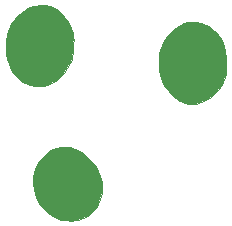
<source format=gbr>
G04 #@! TF.GenerationSoftware,KiCad,Pcbnew,(5.1.5-0)*
G04 #@! TF.CreationDate,2019-12-30T00:03:19-08:00*
G04 #@! TF.ProjectId,badge,62616467-652e-46b6-9963-61645f706362,rev?*
G04 #@! TF.SameCoordinates,Original*
G04 #@! TF.FileFunction,Soldermask,Top*
G04 #@! TF.FilePolarity,Negative*
%FSLAX46Y46*%
G04 Gerber Fmt 4.6, Leading zero omitted, Abs format (unit mm)*
G04 Created by KiCad (PCBNEW (5.1.5-0)) date 2019-12-30 00:03:19*
%MOMM*%
%LPD*%
G04 APERTURE LIST*
%ADD10C,0.010000*%
G04 APERTURE END LIST*
D10*
G36*
X-4282844Y7129980D02*
G01*
X-3866482Y6997129D01*
X-3456540Y6790744D01*
X-3058127Y6511666D01*
X-2676353Y6160735D01*
X-2316330Y5738791D01*
X-2222308Y5611107D01*
X-1943499Y5160501D01*
X-1746908Y4702747D01*
X-1630087Y4230537D01*
X-1590587Y3736561D01*
X-1590569Y3725334D01*
X-1628819Y3234287D01*
X-1740245Y2772756D01*
X-1919861Y2347318D01*
X-2162681Y1964552D01*
X-2463720Y1631035D01*
X-2817990Y1353345D01*
X-3220506Y1138060D01*
X-3661834Y992808D01*
X-3920697Y952008D01*
X-4227134Y935450D01*
X-4547755Y942609D01*
X-4849172Y972957D01*
X-5058834Y1014843D01*
X-5502575Y1164808D01*
X-5896866Y1369428D01*
X-6259667Y1639515D01*
X-6530847Y1900996D01*
X-6851246Y2292825D01*
X-7099080Y2715520D01*
X-7279446Y3179609D01*
X-7396093Y3687339D01*
X-7429441Y3914676D01*
X-7444442Y4100662D01*
X-7442052Y4284187D01*
X-7423224Y4504142D01*
X-7417435Y4557136D01*
X-7337917Y5029136D01*
X-7207124Y5446073D01*
X-7017270Y5825531D01*
X-6760565Y6185090D01*
X-6629648Y6335819D01*
X-6282086Y6661817D01*
X-5910281Y6909239D01*
X-5519344Y7078926D01*
X-5114386Y7171719D01*
X-4700516Y7188456D01*
X-4282844Y7129980D01*
G37*
X-4282844Y7129980D02*
X-3866482Y6997129D01*
X-3456540Y6790744D01*
X-3058127Y6511666D01*
X-2676353Y6160735D01*
X-2316330Y5738791D01*
X-2222308Y5611107D01*
X-1943499Y5160501D01*
X-1746908Y4702747D01*
X-1630087Y4230537D01*
X-1590587Y3736561D01*
X-1590569Y3725334D01*
X-1628819Y3234287D01*
X-1740245Y2772756D01*
X-1919861Y2347318D01*
X-2162681Y1964552D01*
X-2463720Y1631035D01*
X-2817990Y1353345D01*
X-3220506Y1138060D01*
X-3661834Y992808D01*
X-3920697Y952008D01*
X-4227134Y935450D01*
X-4547755Y942609D01*
X-4849172Y972957D01*
X-5058834Y1014843D01*
X-5502575Y1164808D01*
X-5896866Y1369428D01*
X-6259667Y1639515D01*
X-6530847Y1900996D01*
X-6851246Y2292825D01*
X-7099080Y2715520D01*
X-7279446Y3179609D01*
X-7396093Y3687339D01*
X-7429441Y3914676D01*
X-7444442Y4100662D01*
X-7442052Y4284187D01*
X-7423224Y4504142D01*
X-7417435Y4557136D01*
X-7337917Y5029136D01*
X-7207124Y5446073D01*
X-7017270Y5825531D01*
X-6760565Y6185090D01*
X-6629648Y6335819D01*
X-6282086Y6661817D01*
X-5910281Y6909239D01*
X-5519344Y7078926D01*
X-5114386Y7171719D01*
X-4700516Y7188456D01*
X-4282844Y7129980D01*
G36*
X6358126Y17756348D02*
G01*
X6769283Y17669023D01*
X7173428Y17514907D01*
X7557971Y17298029D01*
X7910321Y17022419D01*
X8002216Y16934551D01*
X8299783Y16586173D01*
X8538251Y16193325D01*
X8718911Y15751793D01*
X8843058Y15257363D01*
X8911982Y14705822D01*
X8926978Y14092957D01*
X8922611Y13933962D01*
X8910133Y13670730D01*
X8892646Y13468910D01*
X8866770Y13305266D01*
X8829127Y13156557D01*
X8793910Y13048744D01*
X8645879Y12705074D01*
X8444125Y12351954D01*
X8204406Y12011225D01*
X7942481Y11704732D01*
X7674109Y11454318D01*
X7605244Y11401108D01*
X7177673Y11129630D01*
X6745612Y10941762D01*
X6310107Y10837805D01*
X5872203Y10818060D01*
X5651500Y10840035D01*
X5454323Y10888095D01*
X5212975Y10977032D01*
X4996927Y11075441D01*
X4804969Y11175564D01*
X4647559Y11273345D01*
X4500166Y11387034D01*
X4338260Y11534877D01*
X4212998Y11658555D01*
X3940375Y11953868D01*
X3728698Y12236620D01*
X3562730Y12531191D01*
X3427233Y12861963D01*
X3388160Y12978383D01*
X3290011Y13311447D01*
X3225265Y13608086D01*
X3189640Y13900148D01*
X3178858Y14219484D01*
X3184433Y14494239D01*
X3196009Y14744779D01*
X3212853Y14938120D01*
X3239442Y15101726D01*
X3280251Y15263062D01*
X3339755Y15449591D01*
X3340456Y15451667D01*
X3549274Y15959273D01*
X3813284Y16416815D01*
X4127026Y16818738D01*
X4485040Y17159490D01*
X4881864Y17433514D01*
X5312037Y17635256D01*
X5565144Y17714505D01*
X5952549Y17772852D01*
X6358126Y17756348D01*
G37*
X6358126Y17756348D02*
X6769283Y17669023D01*
X7173428Y17514907D01*
X7557971Y17298029D01*
X7910321Y17022419D01*
X8002216Y16934551D01*
X8299783Y16586173D01*
X8538251Y16193325D01*
X8718911Y15751793D01*
X8843058Y15257363D01*
X8911982Y14705822D01*
X8926978Y14092957D01*
X8922611Y13933962D01*
X8910133Y13670730D01*
X8892646Y13468910D01*
X8866770Y13305266D01*
X8829127Y13156557D01*
X8793910Y13048744D01*
X8645879Y12705074D01*
X8444125Y12351954D01*
X8204406Y12011225D01*
X7942481Y11704732D01*
X7674109Y11454318D01*
X7605244Y11401108D01*
X7177673Y11129630D01*
X6745612Y10941762D01*
X6310107Y10837805D01*
X5872203Y10818060D01*
X5651500Y10840035D01*
X5454323Y10888095D01*
X5212975Y10977032D01*
X4996927Y11075441D01*
X4804969Y11175564D01*
X4647559Y11273345D01*
X4500166Y11387034D01*
X4338260Y11534877D01*
X4212998Y11658555D01*
X3940375Y11953868D01*
X3728698Y12236620D01*
X3562730Y12531191D01*
X3427233Y12861963D01*
X3388160Y12978383D01*
X3290011Y13311447D01*
X3225265Y13608086D01*
X3189640Y13900148D01*
X3178858Y14219484D01*
X3184433Y14494239D01*
X3196009Y14744779D01*
X3212853Y14938120D01*
X3239442Y15101726D01*
X3280251Y15263062D01*
X3339755Y15449591D01*
X3340456Y15451667D01*
X3549274Y15959273D01*
X3813284Y16416815D01*
X4127026Y16818738D01*
X4485040Y17159490D01*
X4881864Y17433514D01*
X5312037Y17635256D01*
X5565144Y17714505D01*
X5952549Y17772852D01*
X6358126Y17756348D01*
G36*
X-6453754Y19174462D02*
G01*
X-6032630Y19071375D01*
X-5631374Y18890535D01*
X-5257973Y18634213D01*
X-5118000Y18510869D01*
X-4740240Y18104430D01*
X-4442358Y17672395D01*
X-4222711Y17212023D01*
X-4100960Y16816227D01*
X-4066402Y16658906D01*
X-4043229Y16514440D01*
X-4030074Y16361748D01*
X-4025572Y16179747D01*
X-4028358Y15947355D01*
X-4033132Y15769167D01*
X-4048828Y15419387D01*
X-4075753Y15130002D01*
X-4118539Y14876997D01*
X-4181821Y14636358D01*
X-4270230Y14384070D01*
X-4328462Y14238386D01*
X-4543954Y13810706D01*
X-4818773Y13418606D01*
X-5142546Y13071469D01*
X-5504904Y12778681D01*
X-5895477Y12549626D01*
X-6303894Y12393687D01*
X-6392334Y12370781D01*
X-6560761Y12339453D01*
X-6760891Y12314709D01*
X-6962813Y12298986D01*
X-7136618Y12294722D01*
X-7239000Y12301778D01*
X-7718811Y12409077D01*
X-8136563Y12565565D01*
X-8502007Y12775578D01*
X-8752175Y12974936D01*
X-9067761Y13316686D01*
X-9325715Y13710859D01*
X-9525763Y14147600D01*
X-9667632Y14617055D01*
X-9751048Y15109369D01*
X-9775737Y15614687D01*
X-9741426Y16123155D01*
X-9647840Y16624919D01*
X-9494705Y17110123D01*
X-9281749Y17568912D01*
X-9008697Y17991434D01*
X-8895471Y18132957D01*
X-8589077Y18445539D01*
X-8238913Y18718085D01*
X-7864054Y18938395D01*
X-7483574Y19094269D01*
X-7323667Y19138289D01*
X-6886761Y19197524D01*
X-6453754Y19174462D01*
G37*
X-6453754Y19174462D02*
X-6032630Y19071375D01*
X-5631374Y18890535D01*
X-5257973Y18634213D01*
X-5118000Y18510869D01*
X-4740240Y18104430D01*
X-4442358Y17672395D01*
X-4222711Y17212023D01*
X-4100960Y16816227D01*
X-4066402Y16658906D01*
X-4043229Y16514440D01*
X-4030074Y16361748D01*
X-4025572Y16179747D01*
X-4028358Y15947355D01*
X-4033132Y15769167D01*
X-4048828Y15419387D01*
X-4075753Y15130002D01*
X-4118539Y14876997D01*
X-4181821Y14636358D01*
X-4270230Y14384070D01*
X-4328462Y14238386D01*
X-4543954Y13810706D01*
X-4818773Y13418606D01*
X-5142546Y13071469D01*
X-5504904Y12778681D01*
X-5895477Y12549626D01*
X-6303894Y12393687D01*
X-6392334Y12370781D01*
X-6560761Y12339453D01*
X-6760891Y12314709D01*
X-6962813Y12298986D01*
X-7136618Y12294722D01*
X-7239000Y12301778D01*
X-7718811Y12409077D01*
X-8136563Y12565565D01*
X-8502007Y12775578D01*
X-8752175Y12974936D01*
X-9067761Y13316686D01*
X-9325715Y13710859D01*
X-9525763Y14147600D01*
X-9667632Y14617055D01*
X-9751048Y15109369D01*
X-9775737Y15614687D01*
X-9741426Y16123155D01*
X-9647840Y16624919D01*
X-9494705Y17110123D01*
X-9281749Y17568912D01*
X-9008697Y17991434D01*
X-8895471Y18132957D01*
X-8589077Y18445539D01*
X-8238913Y18718085D01*
X-7864054Y18938395D01*
X-7483574Y19094269D01*
X-7323667Y19138289D01*
X-6886761Y19197524D01*
X-6453754Y19174462D01*
M02*

</source>
